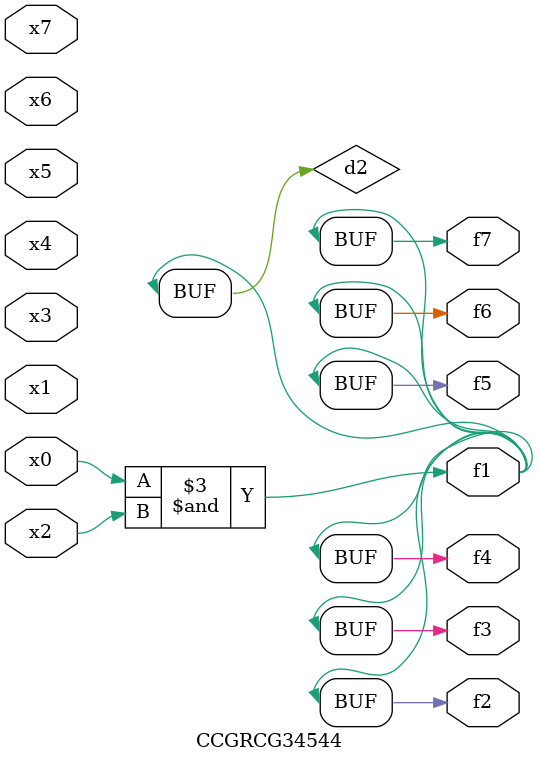
<source format=v>
module CCGRCG34544(
	input x0, x1, x2, x3, x4, x5, x6, x7,
	output f1, f2, f3, f4, f5, f6, f7
);

	wire d1, d2;

	nor (d1, x3, x6);
	and (d2, x0, x2);
	assign f1 = d2;
	assign f2 = d2;
	assign f3 = d2;
	assign f4 = d2;
	assign f5 = d2;
	assign f6 = d2;
	assign f7 = d2;
endmodule

</source>
